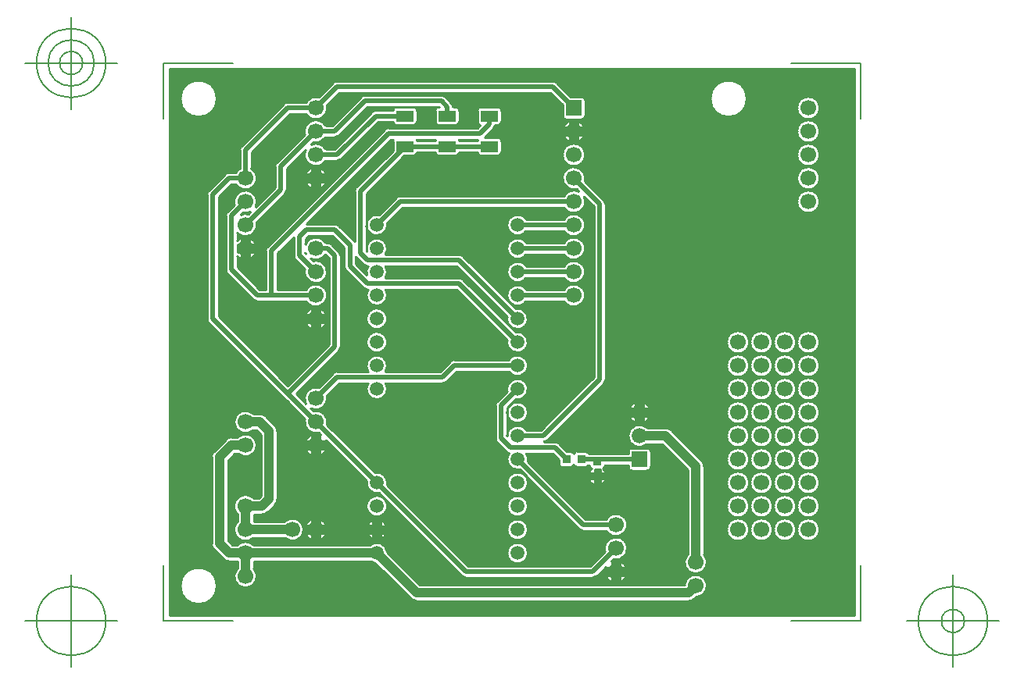
<source format=gbr>
G04 Generated by Ultiboard 14.2 *
%FSLAX34Y34*%
%MOMM*%

%ADD10C,0.0001*%
%ADD11C,0.2540*%
%ADD12C,1.0160*%
%ADD13C,0.5080*%
%ADD14C,0.1270*%
%ADD15C,1.7000*%
%ADD16R,1.7000X1.7000*%
%ADD17C,1.5000*%
%ADD18R,1.8500X1.2000*%
%ADD19C,1.6764*%
%ADD20R,1.6764X1.6764*%
%ADD21R,0.9500X0.9000*%
%ADD22R,0.9000X0.9500*%


G04 ColorRGB 00FF00 for the following layer *
%LNCopper Top*%
%LPD*%
G54D10*
G36*
X3828Y3828D02*
X3828Y3828D01*
X746172Y3828D01*
X746172Y596172D01*
X3828Y596172D01*
X3828Y3828D01*
D02*
G37*
%LPC*%
G36*
X239175Y100531D02*
X239175Y100531D01*
X232611Y100531D01*
X232611Y107095D01*
G74*
D01*
G02X239175Y100531I4011J10575*
G01*
D02*
G37*
G36*
X239175Y92509D02*
G74*
D01*
G02X232611Y85945I10575J4011*
G01*
X232611Y85945D01*
X232611Y92509D01*
X239175Y92509D01*
D02*
G37*
G36*
X265463Y21623D02*
X265463Y21623D01*
X236172Y50915D01*
X227188Y59898D01*
G74*
D01*
G02X221663Y62187I1412J11222*
G01*
X221663Y62187D01*
X95293Y62187D01*
X95293Y54190D01*
G75*
D01*
G02X77427Y54190I-8933J-8470*
G01*
X77427Y54190D01*
X77427Y62187D01*
X68588Y62187D01*
G75*
D01*
G02X62263Y64803I-8J8933*
G01*
X62263Y64803D01*
X52103Y74963D01*
G75*
D01*
G02X49487Y81291I6317J6317*
G01*
X49487Y81291D01*
X49487Y175245D01*
G75*
D01*
G02X52103Y181577I8933J15*
G01*
X52103Y181577D01*
X64803Y194277D01*
G74*
D01*
G02X68537Y196511I6317J6317*
G01*
G75*
D01*
G02X71120Y196893I2583J-8551*
G01*
X71120Y196893D01*
X77890Y196893D01*
G75*
D01*
G02X77890Y179027I8470J-8933*
G01*
X77890Y179027D01*
X74820Y179027D01*
X67353Y171560D01*
X67353Y84980D01*
X72280Y80053D01*
X77890Y80053D01*
G75*
D01*
G02X94830Y80053I8470J-8933*
G01*
X94830Y80053D01*
X221663Y80053D01*
G75*
D01*
G02X239822Y72532I6937J-8933*
G01*
X239822Y72532D01*
X275480Y36873D01*
X561800Y36873D01*
G75*
D01*
G02X574368Y23254I12240J-1313*
G01*
X574368Y23254D01*
X572745Y21631D01*
G74*
D01*
G02X569058Y19405I6325J6309*
G01*
G75*
D01*
G02X566411Y19007I-2638J8535*
G01*
X566411Y19007D01*
X271780Y19007D01*
G75*
D01*
G02X271296Y19020I0J8933*
G01*
G74*
D01*
G02X265463Y21623I484J8920*
G01*
D02*
G37*
G36*
X236172Y113518D02*
G75*
D01*
G02X236172Y113518I-7572J8402*
G01*
D02*
G37*
G36*
X236172Y308122D02*
G75*
D01*
G02X236172Y308122I-7572J-8402*
G01*
D02*
G37*
G36*
X236172Y333522D02*
G75*
D01*
G02X236172Y333522I-7572J-8402*
G01*
D02*
G37*
G36*
X187385Y290121D02*
X187385Y290121D01*
X141104Y243840D01*
X148772Y236172D01*
X151419Y233525D01*
G75*
D01*
G02X165492Y250716I11141J5235*
G01*
X165492Y250716D01*
X180908Y266132D01*
G74*
D01*
G02X184993Y267986I4512J4512*
G01*
G75*
D01*
G02X185420Y268001I427J-6366*
G01*
X185420Y268001D01*
X219220Y268001D01*
G75*
D01*
G02X237980Y268001I9380J6319*
G01*
X237980Y268001D01*
X297077Y268001D01*
X307908Y278832D01*
G74*
D01*
G02X310575Y280428I4512J4512*
G01*
G75*
D01*
G02X312420Y280701I1845J-6108*
G01*
X312420Y280701D01*
X371662Y280701D01*
G75*
D01*
G02X371662Y267939I9338J-6381*
G01*
X371662Y267939D01*
X315063Y267939D01*
X304239Y257115D01*
G74*
D01*
G02X301063Y255382I4519J4505*
G01*
G75*
D01*
G02X299714Y255239I-1343J6238*
G01*
X299714Y255239D01*
X237980Y255239D01*
G75*
D01*
G02X219220Y255239I-9380J-6319*
G01*
X219220Y255239D01*
X188063Y255239D01*
X174516Y241692D01*
G75*
D01*
G02X157325Y227619I-11956J-2932*
G01*
X157325Y227619D01*
X159628Y225316D01*
G75*
D01*
G02X174516Y210428I2932J-11956*
G01*
X174516Y210428D01*
X226509Y158435D01*
G75*
D01*
G02X239715Y145229I2091J-11115*
G01*
X239715Y145229D01*
X327763Y57181D01*
X459637Y57181D01*
X475724Y73268D01*
G75*
D01*
G02X484748Y64244I11956J2932*
G01*
X484748Y64244D01*
X482445Y61941D01*
G74*
D01*
G02X483315Y62310I5235J11141*
G01*
X483315Y62310D01*
X483315Y55165D01*
X476170Y55165D01*
G74*
D01*
G02X476539Y56035I11510J4365*
G01*
X476539Y56035D01*
X476172Y55668D01*
X476172Y55668D01*
X466799Y46295D01*
G74*
D01*
G02X462280Y44419I4519J4505*
G01*
X462280Y44419D01*
X325126Y44419D01*
G75*
D01*
G02X320608Y46288I-6J6381*
G01*
X320608Y46288D01*
X236172Y130725D01*
X230691Y136205D01*
G75*
D01*
G02X217485Y149411I-2091J11115*
G01*
X217485Y149411D01*
X173702Y193195D01*
G74*
D01*
G02X174070Y192325I11142J5235*
G01*
X174070Y192325D01*
X166925Y192325D01*
X166925Y199470D01*
G74*
D01*
G02X167795Y199102I4365J11510*
G01*
X167795Y199102D01*
X165492Y201404D01*
G75*
D01*
G02X150604Y216292I-2932J11956*
G01*
X150604Y216292D01*
X130725Y236172D01*
X127568Y239328D01*
X127568Y239328D01*
X127568Y239328D01*
X127568Y239328D01*
X46288Y320608D01*
G75*
D01*
G02X44419Y325127I4512J4512*
G01*
X44419Y325127D01*
X44419Y459733D01*
G75*
D01*
G02X46288Y464252I6381J7*
G01*
X46288Y464252D01*
X58208Y476172D01*
X58208Y476172D01*
X64068Y482032D01*
G75*
D01*
G02X68584Y483901I4512J-4512*
G01*
X68584Y483901D01*
X75833Y483901D01*
G74*
D01*
G02X79979Y488047I10527J6381*
G01*
X79979Y488047D01*
X79979Y507990D01*
G75*
D01*
G02X81848Y512512I6381J10*
G01*
X81848Y512512D01*
X127568Y558232D01*
G75*
D01*
G02X132088Y560101I4512J-4512*
G01*
X132088Y560101D01*
X152033Y560101D01*
G75*
D01*
G02X165492Y565676I10527J-6381*
G01*
X165492Y565676D01*
X180908Y581092D01*
G75*
D01*
G02X185429Y582961I4512J-4512*
G01*
X185429Y582961D01*
X419100Y582961D01*
G74*
D01*
G02X423619Y581085I0J6381*
G01*
X423619Y581085D01*
X438655Y566048D01*
X450460Y566048D01*
G74*
D01*
G02X454288Y562220I0J3828*
G01*
X454288Y562220D01*
X454288Y545220D01*
G75*
D01*
G02X450460Y541392I-3828J0*
G01*
X450460Y541392D01*
X433460Y541392D01*
G75*
D01*
G02X429632Y545220I0J3828*
G01*
X429632Y545220D01*
X429632Y557025D01*
X416457Y570199D01*
X188063Y570199D01*
X174516Y556652D01*
G75*
D01*
G02X152033Y547339I-11956J-2932*
G01*
X152033Y547339D01*
X134723Y547339D01*
X92741Y505357D01*
X92741Y488047D01*
G75*
D01*
G02X75833Y471139I-6381J-10527*
G01*
X75833Y471139D01*
X71223Y471139D01*
X57181Y457097D01*
X57181Y327763D01*
X132080Y252864D01*
X176499Y297283D01*
X176499Y391057D01*
X172906Y394650D01*
G75*
D01*
G02X157325Y390179I-10346J6670*
G01*
X157325Y390179D01*
X159628Y387876D01*
G75*
D01*
G02X150604Y378852I2932J-11956*
G01*
X150604Y378852D01*
X140268Y389188D01*
G75*
D01*
G02X138399Y393712I4512J4512*
G01*
X138399Y393712D01*
X138399Y413856D01*
X120681Y396137D01*
X120681Y356901D01*
X152033Y356901D01*
G75*
D01*
G02X152033Y344139I10527J-6381*
G01*
X152033Y344139D01*
X99060Y344139D01*
G75*
D01*
G02X97828Y344259I0J6381*
G01*
G74*
D01*
G02X94548Y346008I1232J6261*
G01*
X94548Y346008D01*
X66608Y373948D01*
G75*
D01*
G02X64739Y378474I4512J4512*
G01*
X64739Y378474D01*
X64739Y436872D01*
G75*
D01*
G02X66608Y441392I6381J8*
G01*
X66608Y441392D01*
X74404Y449188D01*
G75*
D01*
G02X97502Y446885I11956J2932*
G01*
X97502Y446885D01*
X118079Y467463D01*
X118079Y490213D01*
G75*
D01*
G02X119948Y494732I6381J7*
G01*
X119948Y494732D01*
X150604Y525388D01*
G75*
D01*
G02X173087Y534701I11956J2932*
G01*
X173087Y534701D01*
X180237Y534701D01*
X211388Y565852D01*
G75*
D01*
G02X215906Y567721I4512J-4512*
G01*
X215906Y567721D01*
X298440Y567721D01*
G74*
D01*
G02X302959Y565845I0J6381*
G01*
X302959Y565845D01*
X309305Y559499D01*
G74*
D01*
G02X311181Y554980I4505J4519*
G01*
X311181Y554980D01*
X311181Y554648D01*
X314050Y554648D01*
G74*
D01*
G02X317878Y550820I0J3828*
G01*
X317878Y550820D01*
X317878Y538820D01*
G75*
D01*
G02X314050Y534992I-3828J0*
G01*
X314050Y534992D01*
X295550Y534992D01*
G75*
D01*
G02X291722Y538820I0J3828*
G01*
X291722Y538820D01*
X291722Y550820D01*
G75*
D01*
G02X295550Y554648I3828J0*
G01*
X295550Y554648D01*
X296108Y554648D01*
X295797Y554959D01*
X218543Y554959D01*
X187399Y523815D01*
G74*
D01*
G02X182880Y521939I4519J4505*
G01*
X182880Y521939D01*
X173087Y521939D01*
G75*
D01*
G02X159628Y516364I-10527J6381*
G01*
X159628Y516364D01*
X157325Y514061D01*
G75*
D01*
G02X173087Y509301I5235J-11141*
G01*
X173087Y509301D01*
X182777Y509301D01*
X222808Y549332D01*
G75*
D01*
G02X227327Y551201I4512J-4512*
G01*
X227327Y551201D01*
X246021Y551201D01*
G75*
D01*
G02X249830Y554648I3809J-381*
G01*
X249830Y554648D01*
X268330Y554648D01*
G74*
D01*
G02X272158Y550820I0J3828*
G01*
X272158Y550820D01*
X272158Y538820D01*
G75*
D01*
G02X268330Y534992I-3828J0*
G01*
X268330Y534992D01*
X249830Y534992D01*
G75*
D01*
G02X246021Y538439I0J3828*
G01*
X246021Y538439D01*
X229963Y538439D01*
X189939Y498415D01*
G74*
D01*
G02X185420Y496539I4519J4505*
G01*
X185420Y496539D01*
X173087Y496539D01*
G75*
D01*
G02X151419Y508155I-10527J6381*
G01*
X151419Y508155D01*
X130841Y487577D01*
X130841Y464820D01*
G75*
D01*
G02X128965Y460301I-6381J0*
G01*
X128965Y460301D01*
X98316Y429652D01*
G75*
D01*
G02X77501Y418173I-11956J-2932*
G01*
X77501Y418173D01*
X77501Y409867D01*
G74*
D01*
G02X81995Y412830I8859J8547*
G01*
X81995Y412830D01*
X81995Y405685D01*
X77501Y405685D01*
X77501Y396955D01*
X81995Y396955D01*
X81995Y389810D01*
G74*
D01*
G02X77501Y392773I4365J11510*
G01*
X77501Y392773D01*
X77501Y381103D01*
X101703Y356901D01*
X107919Y356901D01*
X107919Y398766D01*
G75*
D01*
G02X109788Y403292I6381J14*
G01*
X109788Y403292D01*
X182668Y476172D01*
X236172Y529675D01*
X236788Y530292D01*
G74*
D01*
G02X240798Y532141I4512J4512*
G01*
G75*
D01*
G02X241300Y532161I502J-6361*
G01*
X241300Y532161D01*
X337717Y532161D01*
X340606Y535050D01*
G75*
D01*
G02X337442Y538820I664J3770*
G01*
X337442Y538820D01*
X337442Y550820D01*
G75*
D01*
G02X341270Y554648I3828J0*
G01*
X341270Y554648D01*
X359770Y554648D01*
G74*
D01*
G02X363598Y550820I0J3828*
G01*
X363598Y550820D01*
X363598Y538820D01*
G75*
D01*
G02X359770Y534992I-3828J0*
G01*
X359770Y534992D01*
X356830Y534992D01*
G74*
D01*
G02X355025Y531421I6310J948*
G01*
X355025Y531421D01*
X345252Y521648D01*
X359770Y521648D01*
G74*
D01*
G02X363598Y517820I0J3828*
G01*
X363598Y517820D01*
X363598Y505820D01*
G75*
D01*
G02X359770Y501992I-3828J0*
G01*
X359770Y501992D01*
X341270Y501992D01*
G75*
D01*
G02X337461Y505439I0J3828*
G01*
X337461Y505439D01*
X317859Y505439D01*
G74*
D01*
G02X314050Y501992I3809J381*
G01*
X314050Y501992D01*
X295550Y501992D01*
G75*
D01*
G02X291741Y505439I0J3828*
G01*
X291741Y505439D01*
X272139Y505439D01*
G74*
D01*
G02X268330Y501992I3809J381*
G01*
X268330Y501992D01*
X258275Y501992D01*
X236172Y479888D01*
X236172Y479888D01*
X232455Y476172D01*
X217201Y460917D01*
X217201Y398883D01*
X217670Y398414D01*
G75*
D01*
G02X237980Y395001I10930J2906*
G01*
X237980Y395001D01*
X317500Y395001D01*
G74*
D01*
G02X322019Y393125I0J6381*
G01*
X322019Y393125D01*
X378909Y336235D01*
G75*
D01*
G02X369885Y327211I2091J-11115*
G01*
X369885Y327211D01*
X314857Y382239D01*
X237980Y382239D01*
G75*
D01*
G02X237980Y369601I-9380J-6319*
G01*
X237980Y369601D01*
X317500Y369601D01*
G74*
D01*
G02X322019Y367725I0J6381*
G01*
X322019Y367725D01*
X378909Y310835D01*
G75*
D01*
G02X369885Y301811I2091J-11115*
G01*
X369885Y301811D01*
X314857Y356839D01*
X237980Y356839D01*
G75*
D01*
G02X219220Y356839I-9380J-6319*
G01*
X219220Y356839D01*
X218447Y356839D01*
G75*
D01*
G02X213928Y358708I-7J6381*
G01*
X213928Y358708D01*
X194878Y377758D01*
G75*
D01*
G02X193009Y382279I4512J4512*
G01*
X193009Y382279D01*
X193009Y402487D01*
X180237Y415259D01*
X155043Y415259D01*
X151161Y411377D01*
X151161Y405967D01*
G75*
D01*
G02X173087Y407701I11399J-4647*
G01*
X173087Y407701D01*
X175252Y407701D01*
G75*
D01*
G02X177144Y407416I8J-6381*
G01*
G74*
D01*
G02X179779Y405825I1884J6096*
G01*
X179779Y405825D01*
X187385Y398219D01*
G74*
D01*
G02X189261Y393700I4505J4519*
G01*
X189261Y393700D01*
X189261Y294640D01*
G75*
D01*
G02X187385Y290121I-6381J0*
G01*
D02*
G37*
G36*
X378909Y237805D02*
X378909Y237805D01*
X377275Y236172D01*
X369601Y228497D01*
X369601Y198223D01*
X369690Y198134D01*
G75*
D01*
G02X390338Y204501I11310J-14*
G01*
X390338Y204501D01*
X406297Y204501D01*
X437968Y236172D01*
X437968Y236172D01*
X463519Y261723D01*
X463519Y446937D01*
X453102Y457355D01*
G75*
D01*
G02X431433Y445739I-11142J-5235*
G01*
X431433Y445739D01*
X256643Y445739D01*
X239715Y428811D01*
G75*
D01*
G02X230691Y437835I-11115J-2091*
G01*
X230691Y437835D01*
X236172Y443315D01*
X249488Y456632D01*
G74*
D01*
G02X253135Y458442I4512J4512*
G01*
G75*
D01*
G02X254000Y458501I865J-6322*
G01*
X254000Y458501D01*
X431433Y458501D01*
G75*
D01*
G02X447195Y463262I10527J-6381*
G01*
X447195Y463262D01*
X444892Y465564D01*
G75*
D01*
G02X453916Y474588I-2932J11956*
G01*
X453916Y474588D01*
X474405Y454099D01*
G74*
D01*
G02X476281Y449580I4505J4519*
G01*
X476281Y449580D01*
X476281Y259080D01*
G75*
D01*
G02X474405Y254561I-6381J0*
G01*
X474405Y254561D01*
X456015Y236172D01*
X413459Y193615D01*
G74*
D01*
G02X409823Y191801I4519J4505*
G01*
X409823Y191801D01*
X421260Y191801D01*
G74*
D01*
G02X425779Y189925I0J6381*
G01*
X425779Y189925D01*
X434405Y181298D01*
X438460Y181298D01*
G74*
D01*
G02X441960Y179021I0J3828*
G01*
G75*
D01*
G02X445460Y181298I3500J-1551*
G01*
X445460Y181298D01*
X454460Y181298D01*
G74*
D01*
G02X457924Y179101I0J3828*
G01*
X457924Y179101D01*
X500870Y179101D01*
X500870Y181102D01*
G75*
D01*
G02X504698Y184930I3828J0*
G01*
X504698Y184930D01*
X521462Y184930D01*
G74*
D01*
G02X525290Y181102I0J3828*
G01*
X525290Y181102D01*
X525290Y164338D01*
G75*
D01*
G02X521462Y160510I-3828J0*
G01*
X521462Y160510D01*
X504698Y160510D01*
G75*
D01*
G02X500870Y164338I0J3828*
G01*
X500870Y164338D01*
X500870Y166339D01*
X475938Y166339D01*
X475938Y166060D01*
G75*
D01*
G02X473661Y162560I-3828J0*
G01*
G74*
D01*
G02X475938Y159060I1551J3500*
G01*
X475938Y159060D01*
X475938Y157513D01*
X470313Y157513D01*
X470313Y162232D01*
X464407Y162232D01*
X464407Y157513D01*
X458782Y157513D01*
X458782Y159060D01*
G74*
D01*
G02X461059Y162560I3828J0*
G01*
G75*
D01*
G02X458782Y166060I1551J3500*
G01*
X458782Y166060D01*
X458782Y166339D01*
X457924Y166339D01*
G74*
D01*
G02X454460Y164142I3464J1631*
G01*
X454460Y164142D01*
X445460Y164142D01*
G75*
D01*
G02X441960Y166419I0J3828*
G01*
G74*
D01*
G02X438460Y164142I3500J1551*
G01*
X438460Y164142D01*
X429460Y164142D01*
G75*
D01*
G02X425632Y167970I0J3828*
G01*
X425632Y167970D01*
X425632Y172025D01*
X418617Y179039D01*
X390380Y179039D01*
G75*
D01*
G02X392115Y170629I-9380J-6319*
G01*
X392115Y170629D01*
X454763Y107981D01*
X477153Y107981D01*
G75*
D01*
G02X477153Y95219I10527J-6381*
G01*
X477153Y95219D01*
X452127Y95219D01*
G75*
D01*
G02X447608Y97088I-7J6381*
G01*
X447608Y97088D01*
X383091Y161605D01*
G75*
D01*
G02X371764Y179247I-2091J11115*
G01*
G74*
D01*
G02X368868Y180908I1616J6173*
G01*
X368868Y180908D01*
X358708Y191068D01*
G75*
D01*
G02X356839Y195589I4512J4512*
G01*
X356839Y195589D01*
X356839Y231133D01*
G75*
D01*
G02X358708Y235652I6381J7*
G01*
X358708Y235652D01*
X369885Y246829D01*
G75*
D01*
G02X378909Y237805I11115J2091*
G01*
D02*
G37*
G36*
X167375Y476172D02*
G75*
D01*
G02X167375Y476172I-4815J1348*
G01*
D02*
G37*
G36*
X236172Y189718D02*
G75*
D01*
G02X236172Y189718I-7572J8402*
G01*
D02*
G37*
G36*
X236172Y164318D02*
G75*
D01*
G02X236172Y164318I-7572J8402*
G01*
D02*
G37*
G36*
X236172Y215118D02*
G75*
D01*
G02X236172Y215118I-7572J8402*
G01*
D02*
G37*
G36*
X716172Y55370D02*
G75*
D01*
G02X716172Y55370I108J-19810*
G01*
D02*
G37*
G36*
X483315Y39290D02*
G74*
D01*
G02X476170Y46435I4365J11510*
G01*
X476170Y46435D01*
X483315Y46435D01*
X483315Y39290D01*
D02*
G37*
G36*
X708196Y476172D02*
G75*
D01*
G02X708196Y476172I-12236J1348*
G01*
D02*
G37*
G36*
X369690Y223520D02*
G75*
D01*
G02X369690Y223520I11310J0*
G01*
D02*
G37*
G36*
X462610Y146232D02*
G75*
D01*
G02X458782Y150060I0J3828*
G01*
X458782Y150060D01*
X458782Y151607D01*
X464407Y151607D01*
X464407Y146232D01*
X462610Y146232D01*
D02*
G37*
G36*
X472110Y146232D02*
X472110Y146232D01*
X470313Y146232D01*
X470313Y151607D01*
X475938Y151607D01*
X475938Y150060D01*
G75*
D01*
G02X472110Y146232I-3828J0*
G01*
D02*
G37*
G36*
X166925Y489030D02*
G74*
D01*
G02X174070Y481885I4365J11510*
G01*
X174070Y481885D01*
X166925Y481885D01*
X166925Y489030D01*
D02*
G37*
G36*
X151050Y481885D02*
G74*
D01*
G02X158195Y489030I11510J4365*
G01*
X158195Y489030D01*
X158195Y481885D01*
X151050Y481885D01*
D02*
G37*
G36*
X174070Y473155D02*
G74*
D01*
G02X166925Y466010I11510J4365*
G01*
X166925Y466010D01*
X166925Y473155D01*
X174070Y473155D01*
D02*
G37*
G36*
X81360Y401320D02*
G75*
D01*
G02X81360Y401320I5000J0*
G01*
D02*
G37*
G36*
X90725Y412830D02*
G74*
D01*
G02X97870Y405685I4365J11510*
G01*
X97870Y405685D01*
X90725Y405685D01*
X90725Y412830D01*
D02*
G37*
G36*
X97870Y396955D02*
G74*
D01*
G02X90725Y389810I11510J4365*
G01*
X90725Y389810D01*
X90725Y396955D01*
X97870Y396955D01*
D02*
G37*
G36*
X158195Y466010D02*
G74*
D01*
G02X151050Y473155I4365J11510*
G01*
X151050Y473155D01*
X158195Y473155D01*
X158195Y466010D01*
D02*
G37*
G36*
X174070Y320755D02*
G74*
D01*
G02X166925Y313610I11510J4365*
G01*
X166925Y313610D01*
X166925Y320755D01*
X174070Y320755D01*
D02*
G37*
G36*
X151050Y329485D02*
G74*
D01*
G02X158195Y336630I11510J4365*
G01*
X158195Y336630D01*
X158195Y329485D01*
X151050Y329485D01*
D02*
G37*
G36*
X158195Y313610D02*
G74*
D01*
G02X151050Y320755I4365J11510*
G01*
X151050Y320755D01*
X158195Y320755D01*
X158195Y313610D01*
D02*
G37*
G36*
X157560Y325120D02*
G75*
D01*
G02X157560Y325120I5000J0*
G01*
D02*
G37*
G36*
X166925Y336630D02*
G74*
D01*
G02X174070Y329485I4365J11510*
G01*
X174070Y329485D01*
X166925Y329485D01*
X166925Y336630D01*
D02*
G37*
G36*
X15750Y563880D02*
G75*
D01*
G02X15750Y563880I19810J0*
G01*
D02*
G37*
G36*
X683650Y502920D02*
G75*
D01*
G02X683650Y502920I12310J0*
G01*
D02*
G37*
G36*
X683650Y528320D02*
G75*
D01*
G02X683650Y528320I12310J0*
G01*
D02*
G37*
G36*
X589790Y563880D02*
G75*
D01*
G02X589790Y563880I19810J0*
G01*
D02*
G37*
G36*
X683650Y553720D02*
G75*
D01*
G02X683650Y553720I12310J0*
G01*
D02*
G37*
G36*
X429650Y502920D02*
G75*
D01*
G02X429650Y502920I12310J0*
G01*
D02*
G37*
G36*
X437595Y516810D02*
G74*
D01*
G02X430450Y523955I4365J11510*
G01*
X430450Y523955D01*
X437595Y523955D01*
X437595Y516810D01*
D02*
G37*
G36*
X453470Y523955D02*
G74*
D01*
G02X446325Y516810I11510J4365*
G01*
X446325Y516810D01*
X446325Y523955D01*
X453470Y523955D01*
D02*
G37*
G36*
X436960Y528320D02*
G75*
D01*
G02X436960Y528320I5000J0*
G01*
D02*
G37*
G36*
X430450Y532685D02*
G74*
D01*
G02X437595Y539830I11510J4365*
G01*
X437595Y539830D01*
X437595Y532685D01*
X430450Y532685D01*
D02*
G37*
G36*
X446325Y539830D02*
G74*
D01*
G02X453470Y532685I4365J11510*
G01*
X453470Y532685D01*
X446325Y532685D01*
X446325Y539830D01*
D02*
G37*
G36*
X369690Y147320D02*
G75*
D01*
G02X369690Y147320I11310J0*
G01*
D02*
G37*
G36*
X369690Y121920D02*
G75*
D01*
G02X369690Y121920I11310J0*
G01*
D02*
G37*
G36*
X369690Y96520D02*
G75*
D01*
G02X369690Y96520I11310J0*
G01*
D02*
G37*
G36*
X369690Y71120D02*
G75*
D01*
G02X369690Y71120I11310J0*
G01*
D02*
G37*
G36*
X431433Y407701D02*
G75*
D01*
G02X431433Y394939I10527J-6381*
G01*
X431433Y394939D01*
X390338Y394939D01*
G75*
D01*
G02X390338Y407701I-9338J6381*
G01*
X390338Y407701D01*
X431433Y407701D01*
D02*
G37*
G36*
X431433Y382301D02*
G75*
D01*
G02X431433Y369539I10527J-6381*
G01*
X431433Y369539D01*
X390338Y369539D01*
G75*
D01*
G02X390338Y382301I-9338J6381*
G01*
X390338Y382301D01*
X431433Y382301D01*
D02*
G37*
G36*
X431433Y356901D02*
G75*
D01*
G02X431433Y344139I10527J-6381*
G01*
X431433Y344139D01*
X390338Y344139D01*
G75*
D01*
G02X390338Y356901I-9338J6381*
G01*
X390338Y356901D01*
X431433Y356901D01*
D02*
G37*
G36*
X431433Y433101D02*
G75*
D01*
G02X431433Y420339I10527J-6381*
G01*
X431433Y420339D01*
X390338Y420339D01*
G75*
D01*
G02X390338Y433101I-9338J6381*
G01*
X390338Y433101D01*
X431433Y433101D01*
D02*
G37*
G36*
X157560Y187960D02*
G75*
D01*
G02X157560Y187960I5000J0*
G01*
D02*
G37*
G36*
X158195Y176450D02*
G74*
D01*
G02X151050Y183595I4365J11510*
G01*
X151050Y183595D01*
X158195Y183595D01*
X158195Y176450D01*
D02*
G37*
G36*
X151050Y192325D02*
G74*
D01*
G02X158195Y199470I11510J4365*
G01*
X158195Y199470D01*
X158195Y192325D01*
X151050Y192325D01*
D02*
G37*
G36*
X174070Y183595D02*
G74*
D01*
G02X166925Y176450I11510J4365*
G01*
X166925Y176450D01*
X166925Y183595D01*
X174070Y183595D01*
D02*
G37*
G36*
X218025Y100531D02*
G74*
D01*
G02X224589Y107095I10575J4011*
G01*
X224589Y107095D01*
X224589Y100531D01*
X218025Y100531D01*
D02*
G37*
G36*
X223600Y96520D02*
G75*
D01*
G02X223600Y96520I5000J0*
G01*
D02*
G37*
G36*
X224589Y85945D02*
G74*
D01*
G02X218025Y92509I4011J10575*
G01*
X218025Y92509D01*
X224589Y92509D01*
X224589Y85945D01*
D02*
G37*
G36*
X166925Y108030D02*
G74*
D01*
G02X174070Y100885I4365J11510*
G01*
X174070Y100885D01*
X166925Y100885D01*
X166925Y108030D01*
D02*
G37*
G36*
X151050Y100885D02*
G74*
D01*
G02X158195Y108030I11510J4365*
G01*
X158195Y108030D01*
X158195Y100885D01*
X151050Y100885D01*
D02*
G37*
G36*
X174070Y92155D02*
G74*
D01*
G02X166925Y85010I11510J4365*
G01*
X166925Y85010D01*
X166925Y92155D01*
X174070Y92155D01*
D02*
G37*
G36*
X158195Y85010D02*
G74*
D01*
G02X151050Y92155I4365J11510*
G01*
X151050Y92155D01*
X158195Y92155D01*
X158195Y85010D01*
D02*
G37*
G36*
X157560Y96520D02*
G75*
D01*
G02X157560Y96520I5000J0*
G01*
D02*
G37*
G36*
X128690Y105453D02*
G75*
D01*
G02X128690Y87587I8470J-8933*
G01*
X128690Y87587D01*
X94830Y87587D01*
G75*
D01*
G02X77427Y104990I-8470J8933*
G01*
X77427Y104990D01*
X77427Y113450D01*
G75*
D01*
G02X94830Y130853I8933J8470*
G01*
X94830Y130853D01*
X100440Y130853D01*
X102827Y133240D01*
X102827Y199500D01*
X97900Y204427D01*
X94830Y204427D01*
G75*
D01*
G02X94830Y222293I-8470J8933*
G01*
X94830Y222293D01*
X101600Y222293D01*
G74*
D01*
G02X107925Y219669I0J8933*
G01*
X107925Y219669D01*
X118069Y209525D01*
G74*
D01*
G02X120693Y203200I6309J6325*
G01*
X120693Y203200D01*
X120693Y129540D01*
G75*
D01*
G02X118069Y123215I-8933J0*
G01*
X118069Y123215D01*
X110465Y115611D01*
G74*
D01*
G02X106778Y113385I6325J6309*
G01*
G75*
D01*
G02X104131Y112987I-2638J8535*
G01*
X104131Y112987D01*
X95293Y112987D01*
X95293Y105453D01*
X128690Y105453D01*
D02*
G37*
G36*
X15750Y35560D02*
G75*
D01*
G02X15750Y35560I19810J0*
G01*
D02*
G37*
G36*
X683650Y223520D02*
G75*
D01*
G02X683650Y223520I12310J0*
G01*
D02*
G37*
G36*
X499190Y46435D02*
G74*
D01*
G02X492045Y39290I11510J4365*
G01*
X492045Y39290D01*
X492045Y46435D01*
X499190Y46435D01*
D02*
G37*
G36*
X492045Y62310D02*
G74*
D01*
G02X499190Y55165I4365J11510*
G01*
X499190Y55165D01*
X492045Y55165D01*
X492045Y62310D01*
D02*
G37*
G36*
X482680Y50800D02*
G75*
D01*
G02X482680Y50800I5000J0*
G01*
D02*
G37*
G36*
X521377Y207053D02*
X521377Y207053D01*
X541020Y207053D01*
G74*
D01*
G02X547345Y204429I0J8933*
G01*
X547345Y204429D01*
X580349Y171425D01*
G74*
D01*
G02X582973Y165100I6309J6325*
G01*
X582973Y165100D01*
X582973Y69430D01*
G75*
D01*
G02X565107Y69430I-8933J-8470*
G01*
X565107Y69430D01*
X565107Y161400D01*
X537320Y189187D01*
X521377Y189187D01*
G75*
D01*
G02X521377Y207053I-8297J8933*
G01*
D02*
G37*
G36*
X607450Y96520D02*
G75*
D01*
G02X607450Y96520I12310J0*
G01*
D02*
G37*
G36*
X632850Y96520D02*
G75*
D01*
G02X632850Y96520I12310J0*
G01*
D02*
G37*
G36*
X658250Y96520D02*
G75*
D01*
G02X658250Y96520I12310J0*
G01*
D02*
G37*
G36*
X683650Y96520D02*
G75*
D01*
G02X683650Y96520I12310J0*
G01*
D02*
G37*
G36*
X607450Y121920D02*
G75*
D01*
G02X607450Y121920I12310J0*
G01*
D02*
G37*
G36*
X632850Y121920D02*
G75*
D01*
G02X632850Y121920I12310J0*
G01*
D02*
G37*
G36*
X658250Y121920D02*
G75*
D01*
G02X658250Y121920I12310J0*
G01*
D02*
G37*
G36*
X683650Y121920D02*
G75*
D01*
G02X683650Y121920I12310J0*
G01*
D02*
G37*
G36*
X607450Y147320D02*
G75*
D01*
G02X607450Y147320I12310J0*
G01*
D02*
G37*
G36*
X632850Y147320D02*
G75*
D01*
G02X632850Y147320I12310J0*
G01*
D02*
G37*
G36*
X658250Y147320D02*
G75*
D01*
G02X658250Y147320I12310J0*
G01*
D02*
G37*
G36*
X683650Y147320D02*
G75*
D01*
G02X683650Y147320I12310J0*
G01*
D02*
G37*
G36*
X607450Y172720D02*
G75*
D01*
G02X607450Y172720I12310J0*
G01*
D02*
G37*
G36*
X632850Y172720D02*
G75*
D01*
G02X632850Y172720I12310J0*
G01*
D02*
G37*
G36*
X658250Y172720D02*
G75*
D01*
G02X658250Y172720I12310J0*
G01*
D02*
G37*
G36*
X683650Y172720D02*
G75*
D01*
G02X683650Y172720I12310J0*
G01*
D02*
G37*
G36*
X607450Y198120D02*
G75*
D01*
G02X607450Y198120I12310J0*
G01*
D02*
G37*
G36*
X632850Y198120D02*
G75*
D01*
G02X632850Y198120I12310J0*
G01*
D02*
G37*
G36*
X658250Y198120D02*
G75*
D01*
G02X658250Y198120I12310J0*
G01*
D02*
G37*
G36*
X683650Y198120D02*
G75*
D01*
G02X683650Y198120I12310J0*
G01*
D02*
G37*
G36*
X518072Y227843D02*
G75*
D01*
G02X518072Y219197I-4992J-4323*
G01*
X518072Y219197D01*
X524480Y219197D01*
G74*
D01*
G02X517403Y212120I11400J4323*
G01*
X517403Y212120D01*
X517403Y218528D01*
G75*
D01*
G02X508757Y218528I-4323J4992*
G01*
X508757Y218528D01*
X508757Y212120D01*
G74*
D01*
G02X501680Y219197I4323J11400*
G01*
X501680Y219197D01*
X508088Y219197D01*
G75*
D01*
G02X508088Y227843I4992J4323*
G01*
X508088Y227843D01*
X501680Y227843D01*
G74*
D01*
G02X508757Y234920I11400J4323*
G01*
X508757Y234920D01*
X508757Y228512D01*
G75*
D01*
G02X517403Y228512I4323J-4992*
G01*
X517403Y228512D01*
X517403Y234920D01*
G74*
D01*
G02X524480Y227843I4323J11400*
G01*
X524480Y227843D01*
X518072Y227843D01*
D02*
G37*
G36*
X607450Y223520D02*
G75*
D01*
G02X607450Y223520I12310J0*
G01*
D02*
G37*
G36*
X632850Y223520D02*
G75*
D01*
G02X632850Y223520I12310J0*
G01*
D02*
G37*
G36*
X658250Y223520D02*
G75*
D01*
G02X658250Y223520I12310J0*
G01*
D02*
G37*
G36*
X607450Y248920D02*
G75*
D01*
G02X607450Y248920I12310J0*
G01*
D02*
G37*
G36*
X632850Y248920D02*
G75*
D01*
G02X632850Y248920I12310J0*
G01*
D02*
G37*
G36*
X658250Y248920D02*
G75*
D01*
G02X658250Y248920I12310J0*
G01*
D02*
G37*
G36*
X683650Y248920D02*
G75*
D01*
G02X683650Y248920I12310J0*
G01*
D02*
G37*
G36*
X607450Y274320D02*
G75*
D01*
G02X607450Y274320I12310J0*
G01*
D02*
G37*
G36*
X632850Y274320D02*
G75*
D01*
G02X632850Y274320I12310J0*
G01*
D02*
G37*
G36*
X658250Y274320D02*
G75*
D01*
G02X658250Y274320I12310J0*
G01*
D02*
G37*
G36*
X683650Y274320D02*
G75*
D01*
G02X683650Y274320I12310J0*
G01*
D02*
G37*
G36*
X607450Y299720D02*
G75*
D01*
G02X607450Y299720I12310J0*
G01*
D02*
G37*
G36*
X632850Y299720D02*
G75*
D01*
G02X632850Y299720I12310J0*
G01*
D02*
G37*
G36*
X658250Y299720D02*
G75*
D01*
G02X658250Y299720I12310J0*
G01*
D02*
G37*
G36*
X683650Y299720D02*
G75*
D01*
G02X683650Y299720I12310J0*
G01*
D02*
G37*
G36*
X683650Y452120D02*
G75*
D01*
G02X683650Y452120I12310J0*
G01*
D02*
G37*
%LPD*%
G36*
X206308Y468072D02*
X206308Y468072D01*
X236172Y497935D01*
X237454Y499217D01*
X246002Y507765D01*
X246002Y517820D01*
G74*
D01*
G02X246342Y519399I3828J0*
G01*
X246342Y519399D01*
X243943Y519399D01*
X236172Y511628D01*
X236172Y511628D01*
X200715Y476172D01*
X152564Y428021D01*
X182880Y428021D01*
G74*
D01*
G02X187399Y426145I0J6381*
G01*
X187399Y426145D01*
X203895Y409649D01*
G74*
D01*
G02X204439Y409031I4505J4519*
G01*
X204439Y409031D01*
X204439Y463546D01*
G75*
D01*
G02X206308Y468072I6381J14*
G01*
D02*
G37*
G36*
X217670Y373014D02*
X217670Y373014D01*
X205771Y384913D01*
X205771Y392339D01*
G74*
D01*
G03X206308Y391728I5049J3901*
G01*
X206308Y391728D01*
X213928Y384108D01*
G75*
D01*
G03X218448Y382239I4512J4512*
G01*
X218448Y382239D01*
X219220Y382239D01*
G75*
D01*
G03X217670Y373014I9380J-6319*
G01*
D02*
G37*
G36*
X91595Y440978D02*
X91595Y440978D01*
X89292Y438676D01*
G75*
D01*
G03X81125Y437861I-2932J-11956*
G01*
X81125Y437861D01*
X83428Y440164D01*
G75*
D01*
G03X91595Y440978I2932J11956*
G01*
D02*
G37*
G36*
X337461Y518201D02*
G74*
D01*
G02X337782Y519399I3809J381*
G01*
X337782Y519399D01*
X317538Y519399D01*
G74*
D01*
G02X317859Y518201I3488J1579*
G01*
X317859Y518201D01*
X337461Y518201D01*
D02*
G37*
G36*
X291741Y518201D02*
G74*
D01*
G02X292062Y519399I3809J381*
G01*
X292062Y519399D01*
X271818Y519399D01*
G74*
D01*
G02X272139Y518201I3488J1579*
G01*
X272139Y518201D01*
X291741Y518201D01*
D02*
G37*
G36*
X151161Y396673D02*
X151161Y396673D01*
X151161Y396343D01*
X151419Y396085D01*
G74*
D01*
G02X151161Y396673I11141J5235*
G01*
D02*
G37*
G54D11*
X291741Y518201D02*
G74*
D01*
G02X292062Y519399I3809J381*
G01*
X271818Y519399D01*
G74*
D01*
G02X272139Y518201I3488J1579*
G01*
X291741Y518201D01*
X91595Y440978D02*
X89292Y438676D01*
G75*
D01*
G03X81125Y437861I-2932J-11956*
G01*
X83428Y440164D01*
G75*
D01*
G03X91595Y440978I2932J11956*
G01*
X206308Y468072D02*
X236172Y497935D01*
X237454Y499217D01*
X246002Y507765D01*
X246002Y517820D01*
G74*
D01*
G02X246342Y519399I3828J0*
G01*
X243943Y519399D01*
X236172Y511628D01*
X236172Y511628D01*
X200715Y476172D01*
X152564Y428021D01*
X182880Y428021D01*
G74*
D01*
G02X187399Y426145I0J6381*
G01*
X203895Y409649D01*
G74*
D01*
G02X204439Y409031I4505J4519*
G01*
X204439Y463546D01*
G75*
D01*
G02X206308Y468072I6381J14*
G01*
X151161Y396673D02*
X151161Y396343D01*
X151419Y396085D01*
G74*
D01*
G02X151161Y396673I11141J5235*
G01*
X217670Y373014D02*
X205771Y384913D01*
X205771Y392339D01*
G74*
D01*
G03X206308Y391728I5049J3901*
G01*
X213928Y384108D01*
G75*
D01*
G03X218448Y382239I4512J4512*
G01*
X219220Y382239D01*
G75*
D01*
G03X217670Y373014I9380J-6319*
G01*
X239175Y100531D02*
X232611Y100531D01*
X232611Y107095D01*
G74*
D01*
G02X239175Y100531I4011J10575*
G01*
X239175Y92509D02*
G74*
D01*
G02X232611Y85945I10575J4011*
G01*
X232611Y92509D01*
X239175Y92509D01*
X265463Y21623D02*
X236172Y50915D01*
X227188Y59898D01*
G74*
D01*
G02X221663Y62187I1412J11222*
G01*
X95293Y62187D01*
X95293Y54190D01*
G75*
D01*
G02X77427Y54190I-8933J-8470*
G01*
X77427Y62187D01*
X68588Y62187D01*
G75*
D01*
G02X62263Y64803I-8J8933*
G01*
X52103Y74963D01*
G75*
D01*
G02X49487Y81291I6317J6317*
G01*
X49487Y175245D01*
G75*
D01*
G02X52103Y181577I8933J15*
G01*
X64803Y194277D01*
G74*
D01*
G02X68537Y196511I6317J6317*
G01*
G75*
D01*
G02X71120Y196893I2583J-8551*
G01*
X77890Y196893D01*
G75*
D01*
G02X77890Y179027I8470J-8933*
G01*
X74820Y179027D01*
X67353Y171560D01*
X67353Y84980D01*
X72280Y80053D01*
X77890Y80053D01*
G75*
D01*
G02X94830Y80053I8470J-8933*
G01*
X221663Y80053D01*
G75*
D01*
G02X239822Y72532I6937J-8933*
G01*
X275480Y36873D01*
X561800Y36873D01*
G75*
D01*
G02X574368Y23254I12240J-1313*
G01*
X572745Y21631D01*
G74*
D01*
G02X569058Y19405I6325J6309*
G01*
G75*
D01*
G02X566411Y19007I-2638J8535*
G01*
X271780Y19007D01*
G75*
D01*
G02X271296Y19020I0J8933*
G01*
G74*
D01*
G02X265463Y21623I484J8920*
G01*
X236172Y113518D02*
G75*
D01*
G02X236172Y113518I-7572J8402*
G01*
X236172Y308122D02*
G75*
D01*
G02X236172Y308122I-7572J-8402*
G01*
X236172Y333522D02*
G75*
D01*
G02X236172Y333522I-7572J-8402*
G01*
X187385Y290121D02*
X141104Y243840D01*
X148772Y236172D01*
X151419Y233525D01*
G75*
D01*
G02X165492Y250716I11141J5235*
G01*
X180908Y266132D01*
G74*
D01*
G02X184993Y267986I4512J4512*
G01*
G75*
D01*
G02X185420Y268001I427J-6366*
G01*
X219220Y268001D01*
G75*
D01*
G02X237980Y268001I9380J6319*
G01*
X297077Y268001D01*
X307908Y278832D01*
G74*
D01*
G02X310575Y280428I4512J4512*
G01*
G75*
D01*
G02X312420Y280701I1845J-6108*
G01*
X371662Y280701D01*
G75*
D01*
G02X371662Y267939I9338J-6381*
G01*
X315063Y267939D01*
X304239Y257115D01*
G74*
D01*
G02X301063Y255382I4519J4505*
G01*
G75*
D01*
G02X299714Y255239I-1343J6238*
G01*
X237980Y255239D01*
G75*
D01*
G02X219220Y255239I-9380J-6319*
G01*
X188063Y255239D01*
X174516Y241692D01*
G75*
D01*
G02X157325Y227619I-11956J-2932*
G01*
X159628Y225316D01*
G75*
D01*
G02X174516Y210428I2932J-11956*
G01*
X226509Y158435D01*
G75*
D01*
G02X239715Y145229I2091J-11115*
G01*
X327763Y57181D01*
X459637Y57181D01*
X475724Y73268D01*
G75*
D01*
G02X484748Y64244I11956J2932*
G01*
X482445Y61941D01*
G74*
D01*
G02X483315Y62310I5235J11141*
G01*
X483315Y55165D01*
X476170Y55165D01*
G74*
D01*
G02X476539Y56035I11510J4365*
G01*
X476172Y55668D01*
X476172Y55668D01*
X466799Y46295D01*
G74*
D01*
G02X462280Y44419I4519J4505*
G01*
X325126Y44419D01*
G75*
D01*
G02X320608Y46288I-6J6381*
G01*
X236172Y130725D01*
X230691Y136205D01*
G75*
D01*
G02X217485Y149411I-2091J11115*
G01*
X173702Y193195D01*
G74*
D01*
G02X174070Y192325I11142J5235*
G01*
X166925Y192325D01*
X166925Y199470D01*
G74*
D01*
G02X167795Y199102I4365J11510*
G01*
X165492Y201404D01*
G75*
D01*
G02X150604Y216292I-2932J11956*
G01*
X130725Y236172D01*
X127568Y239328D01*
X46288Y320608D01*
G75*
D01*
G02X44419Y325127I4512J4512*
G01*
X44419Y459733D01*
G75*
D01*
G02X46288Y464252I6381J7*
G01*
X58208Y476172D01*
X58208Y476172D01*
X64068Y482032D01*
G75*
D01*
G02X68584Y483901I4512J-4512*
G01*
X75833Y483901D01*
G74*
D01*
G02X79979Y488047I10527J6381*
G01*
X79979Y507990D01*
G75*
D01*
G02X81848Y512512I6381J10*
G01*
X127568Y558232D01*
G75*
D01*
G02X132088Y560101I4512J-4512*
G01*
X152033Y560101D01*
G75*
D01*
G02X165492Y565676I10527J-6381*
G01*
X180908Y581092D01*
G75*
D01*
G02X185429Y582961I4512J-4512*
G01*
X419100Y582961D01*
G74*
D01*
G02X423619Y581085I0J6381*
G01*
X438655Y566048D01*
X450460Y566048D01*
G74*
D01*
G02X454288Y562220I0J3828*
G01*
X454288Y545220D01*
G75*
D01*
G02X450460Y541392I-3828J0*
G01*
X433460Y541392D01*
G75*
D01*
G02X429632Y545220I0J3828*
G01*
X429632Y557025D01*
X416457Y570199D01*
X188063Y570199D01*
X174516Y556652D01*
G75*
D01*
G02X152033Y547339I-11956J-2932*
G01*
X134723Y547339D01*
X92741Y505357D01*
X92741Y488047D01*
G75*
D01*
G02X75833Y471139I-6381J-10527*
G01*
X71223Y471139D01*
X57181Y457097D01*
X57181Y327763D01*
X132080Y252864D01*
X176499Y297283D01*
X176499Y391057D01*
X172906Y394650D01*
G75*
D01*
G02X157325Y390179I-10346J6670*
G01*
X159628Y387876D01*
G75*
D01*
G02X150604Y378852I2932J-11956*
G01*
X140268Y389188D01*
G75*
D01*
G02X138399Y393712I4512J4512*
G01*
X138399Y413856D01*
X120681Y396137D01*
X120681Y356901D01*
X152033Y356901D01*
G75*
D01*
G02X152033Y344139I10527J-6381*
G01*
X99060Y344139D01*
G75*
D01*
G02X97828Y344259I0J6381*
G01*
G74*
D01*
G02X94548Y346008I1232J6261*
G01*
X66608Y373948D01*
G75*
D01*
G02X64739Y378474I4512J4512*
G01*
X64739Y436872D01*
G75*
D01*
G02X66608Y441392I6381J8*
G01*
X74404Y449188D01*
G75*
D01*
G02X97502Y446885I11956J2932*
G01*
X118079Y467463D01*
X118079Y490213D01*
G75*
D01*
G02X119948Y494732I6381J7*
G01*
X150604Y525388D01*
G75*
D01*
G02X173087Y534701I11956J2932*
G01*
X180237Y534701D01*
X211388Y565852D01*
G75*
D01*
G02X215906Y567721I4512J-4512*
G01*
X298440Y567721D01*
G74*
D01*
G02X302959Y565845I0J6381*
G01*
X309305Y559499D01*
G74*
D01*
G02X311181Y554980I4505J4519*
G01*
X311181Y554648D01*
X314050Y554648D01*
G74*
D01*
G02X317878Y550820I0J3828*
G01*
X317878Y538820D01*
G75*
D01*
G02X314050Y534992I-3828J0*
G01*
X295550Y534992D01*
G75*
D01*
G02X291722Y538820I0J3828*
G01*
X291722Y550820D01*
G75*
D01*
G02X295550Y554648I3828J0*
G01*
X296108Y554648D01*
X295797Y554959D01*
X218543Y554959D01*
X187399Y523815D01*
G74*
D01*
G02X182880Y521939I4519J4505*
G01*
X173087Y521939D01*
G75*
D01*
G02X159628Y516364I-10527J6381*
G01*
X157325Y514061D01*
G75*
D01*
G02X173087Y509301I5235J-11141*
G01*
X182777Y509301D01*
X222808Y549332D01*
G75*
D01*
G02X227327Y551201I4512J-4512*
G01*
X246021Y551201D01*
G75*
D01*
G02X249830Y554648I3809J-381*
G01*
X268330Y554648D01*
G74*
D01*
G02X272158Y550820I0J3828*
G01*
X272158Y538820D01*
G75*
D01*
G02X268330Y534992I-3828J0*
G01*
X249830Y534992D01*
G75*
D01*
G02X246021Y538439I0J3828*
G01*
X229963Y538439D01*
X189939Y498415D01*
G74*
D01*
G02X185420Y496539I4519J4505*
G01*
X173087Y496539D01*
G75*
D01*
G02X151419Y508155I-10527J6381*
G01*
X130841Y487577D01*
X130841Y464820D01*
G75*
D01*
G02X128965Y460301I-6381J0*
G01*
X98316Y429652D01*
G75*
D01*
G02X77501Y418173I-11956J-2932*
G01*
X77501Y409867D01*
G74*
D01*
G02X81995Y412830I8859J8547*
G01*
X81995Y405685D01*
X77501Y405685D01*
X77501Y396955D01*
X81995Y396955D01*
X81995Y389810D01*
G74*
D01*
G02X77501Y392773I4365J11510*
G01*
X77501Y381103D01*
X101703Y356901D01*
X107919Y356901D01*
X107919Y398766D01*
G75*
D01*
G02X109788Y403292I6381J14*
G01*
X182668Y476172D01*
X236172Y529675D01*
X236788Y530292D01*
G74*
D01*
G02X240798Y532141I4512J4512*
G01*
G75*
D01*
G02X241300Y532161I502J-6361*
G01*
X337717Y532161D01*
X340606Y535050D01*
G75*
D01*
G02X337442Y538820I664J3770*
G01*
X337442Y550820D01*
G75*
D01*
G02X341270Y554648I3828J0*
G01*
X359770Y554648D01*
G74*
D01*
G02X363598Y550820I0J3828*
G01*
X363598Y538820D01*
G75*
D01*
G02X359770Y534992I-3828J0*
G01*
X356830Y534992D01*
G74*
D01*
G02X355025Y531421I6310J948*
G01*
X345252Y521648D01*
X359770Y521648D01*
G74*
D01*
G02X363598Y517820I0J3828*
G01*
X363598Y505820D01*
G75*
D01*
G02X359770Y501992I-3828J0*
G01*
X341270Y501992D01*
G75*
D01*
G02X337461Y505439I0J3828*
G01*
X317859Y505439D01*
G74*
D01*
G02X314050Y501992I3809J381*
G01*
X295550Y501992D01*
G75*
D01*
G02X291741Y505439I0J3828*
G01*
X272139Y505439D01*
G74*
D01*
G02X268330Y501992I3809J381*
G01*
X258275Y501992D01*
X236172Y479888D01*
X236172Y479888D01*
X232455Y476172D01*
X217201Y460917D01*
X217201Y398883D01*
X217670Y398414D01*
G75*
D01*
G02X237980Y395001I10930J2906*
G01*
X317500Y395001D01*
G74*
D01*
G02X322019Y393125I0J6381*
G01*
X378909Y336235D01*
G75*
D01*
G02X369885Y327211I2091J-11115*
G01*
X314857Y382239D01*
X237980Y382239D01*
G75*
D01*
G02X237980Y369601I-9380J-6319*
G01*
X317500Y369601D01*
G74*
D01*
G02X322019Y367725I0J6381*
G01*
X378909Y310835D01*
G75*
D01*
G02X369885Y301811I2091J-11115*
G01*
X314857Y356839D01*
X237980Y356839D01*
G75*
D01*
G02X219220Y356839I-9380J-6319*
G01*
X218447Y356839D01*
G75*
D01*
G02X213928Y358708I-7J6381*
G01*
X194878Y377758D01*
G75*
D01*
G02X193009Y382279I4512J4512*
G01*
X193009Y402487D01*
X180237Y415259D01*
X155043Y415259D01*
X151161Y411377D01*
X151161Y405967D01*
G75*
D01*
G02X173087Y407701I11399J-4647*
G01*
X175252Y407701D01*
G75*
D01*
G02X177144Y407416I8J-6381*
G01*
G74*
D01*
G02X179779Y405825I1884J6096*
G01*
X187385Y398219D01*
G74*
D01*
G02X189261Y393700I4505J4519*
G01*
X189261Y294640D01*
G75*
D01*
G02X187385Y290121I-6381J0*
G01*
X378909Y237805D02*
X377275Y236172D01*
X369601Y228497D01*
X369601Y198223D01*
X369690Y198134D01*
G75*
D01*
G02X390338Y204501I11310J-14*
G01*
X406297Y204501D01*
X437968Y236172D01*
X437968Y236172D01*
X463519Y261723D01*
X463519Y446937D01*
X453102Y457355D01*
G75*
D01*
G02X431433Y445739I-11142J-5235*
G01*
X256643Y445739D01*
X239715Y428811D01*
G75*
D01*
G02X230691Y437835I-11115J-2091*
G01*
X236172Y443315D01*
X249488Y456632D01*
G74*
D01*
G02X253135Y458442I4512J4512*
G01*
G75*
D01*
G02X254000Y458501I865J-6322*
G01*
X431433Y458501D01*
G75*
D01*
G02X447195Y463262I10527J-6381*
G01*
X444892Y465564D01*
G75*
D01*
G02X453916Y474588I-2932J11956*
G01*
X474405Y454099D01*
G74*
D01*
G02X476281Y449580I4505J4519*
G01*
X476281Y259080D01*
G75*
D01*
G02X474405Y254561I-6381J0*
G01*
X456015Y236172D01*
X413459Y193615D01*
G74*
D01*
G02X409823Y191801I4519J4505*
G01*
X421260Y191801D01*
G74*
D01*
G02X425779Y189925I0J6381*
G01*
X434405Y181298D01*
X438460Y181298D01*
G74*
D01*
G02X441960Y179021I0J3828*
G01*
G75*
D01*
G02X445460Y181298I3500J-1551*
G01*
X454460Y181298D01*
G74*
D01*
G02X457924Y179101I0J3828*
G01*
X500870Y179101D01*
X500870Y181102D01*
G75*
D01*
G02X504698Y184930I3828J0*
G01*
X521462Y184930D01*
G74*
D01*
G02X525290Y181102I0J3828*
G01*
X525290Y164338D01*
G75*
D01*
G02X521462Y160510I-3828J0*
G01*
X504698Y160510D01*
G75*
D01*
G02X500870Y164338I0J3828*
G01*
X500870Y166339D01*
X475938Y166339D01*
X475938Y166060D01*
G75*
D01*
G02X473661Y162560I-3828J0*
G01*
G74*
D01*
G02X475938Y159060I1551J3500*
G01*
X475938Y157513D01*
X470313Y157513D01*
X470313Y162232D01*
X464407Y162232D01*
X464407Y157513D01*
X458782Y157513D01*
X458782Y159060D01*
G74*
D01*
G02X461059Y162560I3828J0*
G01*
G75*
D01*
G02X458782Y166060I1551J3500*
G01*
X458782Y166339D01*
X457924Y166339D01*
G74*
D01*
G02X454460Y164142I3464J1631*
G01*
X445460Y164142D01*
G75*
D01*
G02X441960Y166419I0J3828*
G01*
G74*
D01*
G02X438460Y164142I3500J1551*
G01*
X429460Y164142D01*
G75*
D01*
G02X425632Y167970I0J3828*
G01*
X425632Y172025D01*
X418617Y179039D01*
X390380Y179039D01*
G75*
D01*
G02X392115Y170629I-9380J-6319*
G01*
X454763Y107981D01*
X477153Y107981D01*
G75*
D01*
G02X477153Y95219I10527J-6381*
G01*
X452127Y95219D01*
G75*
D01*
G02X447608Y97088I-7J6381*
G01*
X383091Y161605D01*
G75*
D01*
G02X371764Y179247I-2091J11115*
G01*
G74*
D01*
G02X368868Y180908I1616J6173*
G01*
X358708Y191068D01*
G75*
D01*
G02X356839Y195589I4512J4512*
G01*
X356839Y231133D01*
G75*
D01*
G02X358708Y235652I6381J7*
G01*
X369885Y246829D01*
G75*
D01*
G02X378909Y237805I11115J2091*
G01*
X167375Y476172D02*
G75*
D01*
G02X167375Y476172I-4815J1348*
G01*
X236172Y189718D02*
G75*
D01*
G02X236172Y189718I-7572J8402*
G01*
X236172Y164318D02*
G75*
D01*
G02X236172Y164318I-7572J8402*
G01*
X236172Y215118D02*
G75*
D01*
G02X236172Y215118I-7572J8402*
G01*
X716172Y55370D02*
G75*
D01*
G02X716172Y55370I108J-19810*
G01*
X483315Y39290D02*
G74*
D01*
G02X476170Y46435I4365J11510*
G01*
X483315Y46435D01*
X483315Y39290D01*
X708196Y476172D02*
G75*
D01*
G02X708196Y476172I-12236J1348*
G01*
X369690Y223520D02*
G75*
D01*
G02X369690Y223520I11310J0*
G01*
X462610Y146232D02*
G75*
D01*
G02X458782Y150060I0J3828*
G01*
X458782Y151607D01*
X464407Y151607D01*
X464407Y146232D01*
X462610Y146232D01*
X472110Y146232D02*
X470313Y146232D01*
X470313Y151607D01*
X475938Y151607D01*
X475938Y150060D01*
G75*
D01*
G02X472110Y146232I-3828J0*
G01*
X166925Y489030D02*
G74*
D01*
G02X174070Y481885I4365J11510*
G01*
X166925Y481885D01*
X166925Y489030D01*
X151050Y481885D02*
G74*
D01*
G02X158195Y489030I11510J4365*
G01*
X158195Y481885D01*
X151050Y481885D01*
X174070Y473155D02*
G74*
D01*
G02X166925Y466010I11510J4365*
G01*
X166925Y473155D01*
X174070Y473155D01*
X81360Y401320D02*
G75*
D01*
G02X81360Y401320I5000J0*
G01*
X90725Y412830D02*
G74*
D01*
G02X97870Y405685I4365J11510*
G01*
X90725Y405685D01*
X90725Y412830D01*
X97870Y396955D02*
G74*
D01*
G02X90725Y389810I11510J4365*
G01*
X90725Y396955D01*
X97870Y396955D01*
X158195Y466010D02*
G74*
D01*
G02X151050Y473155I4365J11510*
G01*
X158195Y473155D01*
X158195Y466010D01*
X174070Y320755D02*
G74*
D01*
G02X166925Y313610I11510J4365*
G01*
X166925Y320755D01*
X174070Y320755D01*
X151050Y329485D02*
G74*
D01*
G02X158195Y336630I11510J4365*
G01*
X158195Y329485D01*
X151050Y329485D01*
X158195Y313610D02*
G74*
D01*
G02X151050Y320755I4365J11510*
G01*
X158195Y320755D01*
X158195Y313610D01*
X157560Y325120D02*
G75*
D01*
G02X157560Y325120I5000J0*
G01*
X166925Y336630D02*
G74*
D01*
G02X174070Y329485I4365J11510*
G01*
X166925Y329485D01*
X166925Y336630D01*
X15750Y563880D02*
G75*
D01*
G02X15750Y563880I19810J0*
G01*
X683650Y502920D02*
G75*
D01*
G02X683650Y502920I12310J0*
G01*
X683650Y528320D02*
G75*
D01*
G02X683650Y528320I12310J0*
G01*
X589790Y563880D02*
G75*
D01*
G02X589790Y563880I19810J0*
G01*
X683650Y553720D02*
G75*
D01*
G02X683650Y553720I12310J0*
G01*
X429650Y502920D02*
G75*
D01*
G02X429650Y502920I12310J0*
G01*
X437595Y516810D02*
G74*
D01*
G02X430450Y523955I4365J11510*
G01*
X437595Y523955D01*
X437595Y516810D01*
X453470Y523955D02*
G74*
D01*
G02X446325Y516810I11510J4365*
G01*
X446325Y523955D01*
X453470Y523955D01*
X436960Y528320D02*
G75*
D01*
G02X436960Y528320I5000J0*
G01*
X430450Y532685D02*
G74*
D01*
G02X437595Y539830I11510J4365*
G01*
X437595Y532685D01*
X430450Y532685D01*
X446325Y539830D02*
G74*
D01*
G02X453470Y532685I4365J11510*
G01*
X446325Y532685D01*
X446325Y539830D01*
X369690Y147320D02*
G75*
D01*
G02X369690Y147320I11310J0*
G01*
X369690Y121920D02*
G75*
D01*
G02X369690Y121920I11310J0*
G01*
X369690Y96520D02*
G75*
D01*
G02X369690Y96520I11310J0*
G01*
X369690Y71120D02*
G75*
D01*
G02X369690Y71120I11310J0*
G01*
X431433Y407701D02*
G75*
D01*
G02X431433Y394939I10527J-6381*
G01*
X390338Y394939D01*
G75*
D01*
G02X390338Y407701I-9338J6381*
G01*
X431433Y407701D01*
X431433Y382301D02*
G75*
D01*
G02X431433Y369539I10527J-6381*
G01*
X390338Y369539D01*
G75*
D01*
G02X390338Y382301I-9338J6381*
G01*
X431433Y382301D01*
X431433Y356901D02*
G75*
D01*
G02X431433Y344139I10527J-6381*
G01*
X390338Y344139D01*
G75*
D01*
G02X390338Y356901I-9338J6381*
G01*
X431433Y356901D01*
X431433Y433101D02*
G75*
D01*
G02X431433Y420339I10527J-6381*
G01*
X390338Y420339D01*
G75*
D01*
G02X390338Y433101I-9338J6381*
G01*
X431433Y433101D01*
X157560Y187960D02*
G75*
D01*
G02X157560Y187960I5000J0*
G01*
X158195Y176450D02*
G74*
D01*
G02X151050Y183595I4365J11510*
G01*
X158195Y183595D01*
X158195Y176450D01*
X151050Y192325D02*
G74*
D01*
G02X158195Y199470I11510J4365*
G01*
X158195Y192325D01*
X151050Y192325D01*
X174070Y183595D02*
G74*
D01*
G02X166925Y176450I11510J4365*
G01*
X166925Y183595D01*
X174070Y183595D01*
X218025Y100531D02*
G74*
D01*
G02X224589Y107095I10575J4011*
G01*
X224589Y100531D01*
X218025Y100531D01*
X223600Y96520D02*
G75*
D01*
G02X223600Y96520I5000J0*
G01*
X224589Y85945D02*
G74*
D01*
G02X218025Y92509I4011J10575*
G01*
X224589Y92509D01*
X224589Y85945D01*
X166925Y108030D02*
G74*
D01*
G02X174070Y100885I4365J11510*
G01*
X166925Y100885D01*
X166925Y108030D01*
X151050Y100885D02*
G74*
D01*
G02X158195Y108030I11510J4365*
G01*
X158195Y100885D01*
X151050Y100885D01*
X174070Y92155D02*
G74*
D01*
G02X166925Y85010I11510J4365*
G01*
X166925Y92155D01*
X174070Y92155D01*
X158195Y85010D02*
G74*
D01*
G02X151050Y92155I4365J11510*
G01*
X158195Y92155D01*
X158195Y85010D01*
X157560Y96520D02*
G75*
D01*
G02X157560Y96520I5000J0*
G01*
X128690Y105453D02*
G75*
D01*
G02X128690Y87587I8470J-8933*
G01*
X94830Y87587D01*
G75*
D01*
G02X77427Y104990I-8470J8933*
G01*
X77427Y113450D01*
G75*
D01*
G02X94830Y130853I8933J8470*
G01*
X100440Y130853D01*
X102827Y133240D01*
X102827Y199500D01*
X97900Y204427D01*
X94830Y204427D01*
G75*
D01*
G02X94830Y222293I-8470J8933*
G01*
X101600Y222293D01*
G74*
D01*
G02X107925Y219669I0J8933*
G01*
X118069Y209525D01*
G74*
D01*
G02X120693Y203200I6309J6325*
G01*
X120693Y129540D01*
G75*
D01*
G02X118069Y123215I-8933J0*
G01*
X110465Y115611D01*
G74*
D01*
G02X106778Y113385I6325J6309*
G01*
G75*
D01*
G02X104131Y112987I-2638J8535*
G01*
X95293Y112987D01*
X95293Y105453D01*
X128690Y105453D01*
X15750Y35560D02*
G75*
D01*
G02X15750Y35560I19810J0*
G01*
X683650Y223520D02*
G75*
D01*
G02X683650Y223520I12310J0*
G01*
X499190Y46435D02*
G74*
D01*
G02X492045Y39290I11510J4365*
G01*
X492045Y46435D01*
X499190Y46435D01*
X492045Y62310D02*
G74*
D01*
G02X499190Y55165I4365J11510*
G01*
X492045Y55165D01*
X492045Y62310D01*
X482680Y50800D02*
G75*
D01*
G02X482680Y50800I5000J0*
G01*
X521377Y207053D02*
X541020Y207053D01*
G74*
D01*
G02X547345Y204429I0J8933*
G01*
X580349Y171425D01*
G74*
D01*
G02X582973Y165100I6309J6325*
G01*
X582973Y69430D01*
G75*
D01*
G02X565107Y69430I-8933J-8470*
G01*
X565107Y161400D01*
X537320Y189187D01*
X521377Y189187D01*
G75*
D01*
G02X521377Y207053I-8297J8933*
G01*
X607450Y96520D02*
G75*
D01*
G02X607450Y96520I12310J0*
G01*
X632850Y96520D02*
G75*
D01*
G02X632850Y96520I12310J0*
G01*
X658250Y96520D02*
G75*
D01*
G02X658250Y96520I12310J0*
G01*
X683650Y96520D02*
G75*
D01*
G02X683650Y96520I12310J0*
G01*
X607450Y121920D02*
G75*
D01*
G02X607450Y121920I12310J0*
G01*
X632850Y121920D02*
G75*
D01*
G02X632850Y121920I12310J0*
G01*
X658250Y121920D02*
G75*
D01*
G02X658250Y121920I12310J0*
G01*
X683650Y121920D02*
G75*
D01*
G02X683650Y121920I12310J0*
G01*
X607450Y147320D02*
G75*
D01*
G02X607450Y147320I12310J0*
G01*
X632850Y147320D02*
G75*
D01*
G02X632850Y147320I12310J0*
G01*
X658250Y147320D02*
G75*
D01*
G02X658250Y147320I12310J0*
G01*
X683650Y147320D02*
G75*
D01*
G02X683650Y147320I12310J0*
G01*
X607450Y172720D02*
G75*
D01*
G02X607450Y172720I12310J0*
G01*
X632850Y172720D02*
G75*
D01*
G02X632850Y172720I12310J0*
G01*
X658250Y172720D02*
G75*
D01*
G02X658250Y172720I12310J0*
G01*
X683650Y172720D02*
G75*
D01*
G02X683650Y172720I12310J0*
G01*
X607450Y198120D02*
G75*
D01*
G02X607450Y198120I12310J0*
G01*
X632850Y198120D02*
G75*
D01*
G02X632850Y198120I12310J0*
G01*
X658250Y198120D02*
G75*
D01*
G02X658250Y198120I12310J0*
G01*
X683650Y198120D02*
G75*
D01*
G02X683650Y198120I12310J0*
G01*
X518072Y227843D02*
G75*
D01*
G02X518072Y219197I-4992J-4323*
G01*
X524480Y219197D01*
G74*
D01*
G02X517403Y212120I11400J4323*
G01*
X517403Y218528D01*
G75*
D01*
G02X508757Y218528I-4323J4992*
G01*
X508757Y212120D01*
G74*
D01*
G02X501680Y219197I4323J11400*
G01*
X508088Y219197D01*
G75*
D01*
G02X508088Y227843I4992J4323*
G01*
X501680Y227843D01*
G74*
D01*
G02X508757Y234920I11400J4323*
G01*
X508757Y228512D01*
G75*
D01*
G02X517403Y228512I4323J-4992*
G01*
X517403Y234920D01*
G74*
D01*
G02X524480Y227843I4323J11400*
G01*
X518072Y227843D01*
X607450Y223520D02*
G75*
D01*
G02X607450Y223520I12310J0*
G01*
X632850Y223520D02*
G75*
D01*
G02X632850Y223520I12310J0*
G01*
X658250Y223520D02*
G75*
D01*
G02X658250Y223520I12310J0*
G01*
X607450Y248920D02*
G75*
D01*
G02X607450Y248920I12310J0*
G01*
X632850Y248920D02*
G75*
D01*
G02X632850Y248920I12310J0*
G01*
X658250Y248920D02*
G75*
D01*
G02X658250Y248920I12310J0*
G01*
X683650Y248920D02*
G75*
D01*
G02X683650Y248920I12310J0*
G01*
X607450Y274320D02*
G75*
D01*
G02X607450Y274320I12310J0*
G01*
X632850Y274320D02*
G75*
D01*
G02X632850Y274320I12310J0*
G01*
X658250Y274320D02*
G75*
D01*
G02X658250Y274320I12310J0*
G01*
X683650Y274320D02*
G75*
D01*
G02X683650Y274320I12310J0*
G01*
X607450Y299720D02*
G75*
D01*
G02X607450Y299720I12310J0*
G01*
X632850Y299720D02*
G75*
D01*
G02X632850Y299720I12310J0*
G01*
X658250Y299720D02*
G75*
D01*
G02X658250Y299720I12310J0*
G01*
X683650Y299720D02*
G75*
D01*
G02X683650Y299720I12310J0*
G01*
X683650Y452120D02*
G75*
D01*
G02X683650Y452120I12310J0*
G01*
X3828Y3828D02*
X746172Y3828D01*
X746172Y596172D01*
X3828Y596172D01*
X3828Y3828D01*
X337461Y518201D02*
G74*
D01*
G02X337782Y519399I3809J381*
G01*
X317538Y519399D01*
G74*
D01*
G02X317859Y518201I3488J1579*
G01*
X337461Y518201D01*
G54D12*
X86360Y96520D02*
X137160Y96520D01*
X86360Y45720D02*
X86360Y71120D01*
X86360Y121920D02*
X86360Y96520D01*
X86360Y213360D02*
X101600Y213360D01*
X111760Y203200D01*
X111760Y129540D01*
X104140Y121920D01*
X86360Y121920D01*
X86360Y187960D02*
X71120Y187960D01*
X58420Y175260D01*
X58420Y81280D01*
X68580Y71120D01*
X513080Y198120D02*
X541020Y198120D01*
X574040Y165100D01*
X574040Y60960D01*
X162560Y96520D02*
X228600Y96520D01*
X68580Y71120D02*
X228600Y71120D01*
X566420Y27940D02*
X271780Y27940D01*
X574040Y35560D02*
X566420Y27940D01*
X271780Y27940D02*
X228600Y71120D01*
G54D13*
X449960Y172720D02*
X513080Y172720D01*
X381000Y198120D02*
X408940Y198120D01*
X469900Y259080D01*
X469900Y449580D01*
X441960Y477520D01*
X381000Y426720D02*
X441960Y426720D01*
X381000Y401320D02*
X441960Y401320D01*
X441960Y375920D02*
X381000Y375920D01*
X381000Y350520D02*
X441960Y350520D01*
X441960Y452120D02*
X254000Y452120D01*
X228600Y426720D01*
X185420Y261620D02*
X162560Y238760D01*
X175260Y401320D02*
X162560Y401320D01*
X304800Y554980D02*
X304800Y544820D01*
X86360Y426720D02*
X124460Y464820D01*
X162560Y350520D02*
X99060Y350520D01*
X71120Y378460D02*
X71120Y436880D01*
X99060Y350520D02*
X71120Y378460D01*
X71120Y436880D02*
X86360Y452120D01*
X124460Y490220D02*
X162560Y528320D01*
X124460Y464820D02*
X124460Y490220D01*
X350520Y535940D02*
X350520Y544820D01*
X350520Y535940D02*
X340360Y525780D01*
X350520Y511820D02*
X259080Y511820D01*
X317500Y388620D02*
X381000Y325120D01*
X241300Y525780D02*
X114300Y398780D01*
X340360Y525780D02*
X241300Y525780D01*
X114300Y398780D02*
X114300Y350520D01*
X162560Y375920D02*
X144780Y393700D01*
X144780Y414020D01*
X152400Y421640D01*
X317500Y363220D02*
X381000Y299720D01*
X152400Y421640D02*
X182880Y421640D01*
X218440Y363220D02*
X317500Y363220D01*
X182880Y294640D02*
X182880Y393700D01*
X132080Y243840D02*
X182880Y294640D01*
X182880Y393700D02*
X175260Y401320D01*
X199390Y405130D02*
X199390Y382270D01*
X218440Y363220D01*
X182880Y421640D02*
X199390Y405130D01*
X312420Y274320D02*
X299720Y261620D01*
X185420Y261620D01*
X312420Y274320D02*
X381000Y274320D01*
X132080Y243840D02*
X228600Y147320D01*
X50800Y325120D02*
X132080Y243840D01*
X50800Y459740D02*
X68580Y477520D01*
X86360Y477520D01*
X50800Y325120D02*
X50800Y459740D01*
X86360Y508000D02*
X132080Y553720D01*
X162560Y553720D01*
X86360Y508000D02*
X86360Y477520D01*
X298440Y561340D02*
X304800Y554980D01*
X185420Y576580D02*
X419100Y576580D01*
X162560Y553720D02*
X185420Y576580D01*
X419100Y576580D02*
X441960Y553720D01*
X185420Y502920D02*
X227320Y544820D01*
X185420Y502920D02*
X162560Y502920D01*
X227320Y544820D02*
X259080Y544820D01*
X182880Y528320D02*
X215900Y561340D01*
X182880Y528320D02*
X162560Y528320D01*
X215900Y561340D02*
X298440Y561340D01*
X325120Y50800D02*
X462280Y50800D01*
X487680Y76200D01*
X228600Y147320D02*
X325120Y50800D01*
X218440Y388620D02*
X317500Y388620D01*
X210820Y463560D02*
X210820Y396240D01*
X218440Y388620D01*
X259080Y511820D02*
X210820Y463560D01*
X421260Y185420D02*
X433960Y172720D01*
X381000Y172720D02*
X452120Y101600D01*
X487680Y101600D01*
X373380Y185420D02*
X421260Y185420D01*
X363220Y231140D02*
X363220Y195580D01*
X363220Y231140D02*
X381000Y248920D01*
X363220Y195580D02*
X373380Y185420D01*
G54D14*
X-2540Y-2540D02*
X-2540Y57968D01*
X-2540Y-2540D02*
X72968Y-2540D01*
X752540Y-2540D02*
X677032Y-2540D01*
X752540Y-2540D02*
X752540Y57968D01*
X752540Y602540D02*
X752540Y542032D01*
X752540Y602540D02*
X677032Y602540D01*
X-2540Y602540D02*
X72968Y602540D01*
X-2540Y602540D02*
X-2540Y542032D01*
X-52540Y-2540D02*
X-152540Y-2540D01*
X-102540Y-52540D02*
X-102540Y47460D01*
X-140040Y-2540D02*
G75*
D01*
G02X-140040Y-2540I37500J0*
G01*
X802540Y-2540D02*
X902540Y-2540D01*
X852540Y-52540D02*
X852540Y47460D01*
X815040Y-2540D02*
G75*
D01*
G02X815040Y-2540I37500J0*
G01*
X840040Y-2540D02*
G75*
D01*
G02X840040Y-2540I12500J0*
G01*
X-52540Y602540D02*
X-152540Y602540D01*
X-102540Y552540D02*
X-102540Y652540D01*
X-140040Y602540D02*
G75*
D01*
G02X-140040Y602540I37500J0*
G01*
X-127540Y602540D02*
G75*
D01*
G02X-127540Y602540I25000J0*
G01*
X-115040Y602540D02*
G75*
D01*
G02X-115040Y602540I12500J0*
G01*
G54D15*
X441960Y528320D03*
X441960Y502920D03*
X441960Y477520D03*
X441960Y452120D03*
X441960Y426720D03*
X441960Y401320D03*
X441960Y375920D03*
X441960Y350520D03*
X695960Y452120D03*
X695960Y553720D03*
X695960Y528320D03*
X695960Y502920D03*
X695960Y477520D03*
X86360Y45720D03*
X86360Y71120D03*
X86360Y96520D03*
X86360Y121920D03*
X574040Y35560D03*
X574040Y60960D03*
X137160Y96520D03*
X162560Y96520D03*
X162560Y187960D03*
X162560Y213360D03*
X162560Y238760D03*
X86360Y187960D03*
X86360Y213360D03*
X162560Y325120D03*
X162560Y350520D03*
X162560Y375920D03*
X162560Y401320D03*
X86360Y477520D03*
X86360Y452120D03*
X86360Y426720D03*
X86360Y401320D03*
X162560Y477520D03*
X162560Y502920D03*
X162560Y528320D03*
X162560Y553720D03*
X487680Y50800D03*
X487680Y76200D03*
X487680Y101600D03*
X695960Y299720D03*
X695960Y274320D03*
X695960Y248920D03*
X695960Y223520D03*
X695960Y198120D03*
X670560Y299720D03*
X670560Y274320D03*
X670560Y248920D03*
X670560Y223520D03*
X670560Y198120D03*
X619760Y299720D03*
X619760Y274320D03*
X619760Y248920D03*
X619760Y223520D03*
X619760Y198120D03*
X645160Y198120D03*
X645160Y223520D03*
X645160Y248920D03*
X645160Y274320D03*
X645160Y299720D03*
X619760Y121920D03*
X645160Y121920D03*
X670560Y121920D03*
X695960Y121920D03*
X619760Y147320D03*
X645160Y147320D03*
X670560Y147320D03*
X695960Y147320D03*
X619760Y172720D03*
X645160Y172720D03*
X670560Y172720D03*
X695960Y172720D03*
X619760Y96520D03*
X645160Y96520D03*
X670560Y96520D03*
X695960Y96520D03*
G54D16*
X441960Y553720D03*
G54D17*
X228600Y426720D03*
X228600Y401320D03*
X228600Y375920D03*
X228600Y350520D03*
X228600Y325120D03*
X228600Y299720D03*
X228600Y274320D03*
X228600Y248920D03*
X228600Y223520D03*
X228600Y198120D03*
X228600Y172720D03*
X228600Y147320D03*
X228600Y121920D03*
X228600Y96520D03*
X228600Y71120D03*
X381000Y426720D03*
X381000Y401320D03*
X381000Y375920D03*
X381000Y350520D03*
X381000Y325120D03*
X381000Y299720D03*
X381000Y274320D03*
X381000Y248920D03*
X381000Y223520D03*
X381000Y198120D03*
X381000Y172720D03*
X381000Y147320D03*
X381000Y121920D03*
X381000Y96520D03*
X381000Y71120D03*
G54D18*
X259080Y511820D03*
X259080Y544820D03*
X304800Y511820D03*
X304800Y544820D03*
X350520Y511820D03*
X350520Y544820D03*
G54D19*
X513080Y198120D03*
X513080Y223520D03*
G54D20*
X513080Y172720D03*
G54D21*
X467360Y170560D03*
X467360Y154560D03*
G54D22*
X449960Y172720D03*
X433960Y172720D03*

M02*

</source>
